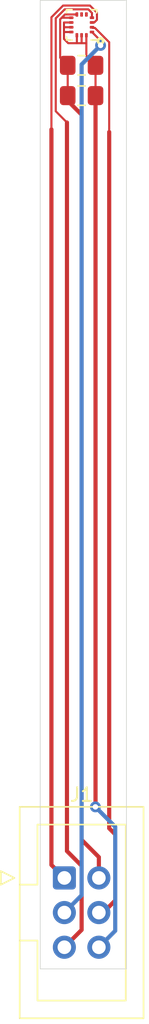
<source format=kicad_pcb>
(kicad_pcb (version 20171130) (host pcbnew "(5.1.6)-1")

  (general
    (thickness 1.6)
    (drawings 5)
    (tracks 73)
    (zones 0)
    (modules 4)
    (nets 9)
  )

  (page A4)
  (layers
    (0 F.Cu signal)
    (31 B.Cu signal)
    (32 B.Adhes user)
    (33 F.Adhes user)
    (34 B.Paste user)
    (35 F.Paste user)
    (36 B.SilkS user)
    (37 F.SilkS user)
    (38 B.Mask user)
    (39 F.Mask user)
    (40 Dwgs.User user)
    (41 Cmts.User user)
    (42 Eco1.User user)
    (43 Eco2.User user)
    (44 Edge.Cuts user)
    (45 Margin user)
    (46 B.CrtYd user)
    (47 F.CrtYd user)
    (48 B.Fab user)
    (49 F.Fab user hide)
  )

  (setup
    (last_trace_width 0.1524)
    (trace_clearance 0.127)
    (zone_clearance 0.508)
    (zone_45_only no)
    (trace_min 0.127)
    (via_size 0.8)
    (via_drill 0.4)
    (via_min_size 0.4)
    (via_min_drill 0.3)
    (uvia_size 0.3)
    (uvia_drill 0.1)
    (uvias_allowed no)
    (uvia_min_size 0.2)
    (uvia_min_drill 0.1)
    (edge_width 0.05)
    (segment_width 0.2)
    (pcb_text_width 0.3)
    (pcb_text_size 1.5 1.5)
    (mod_edge_width 0.12)
    (mod_text_size 1 1)
    (mod_text_width 0.15)
    (pad_size 1.524 1.524)
    (pad_drill 0.762)
    (pad_to_mask_clearance 0.05)
    (aux_axis_origin 0 0)
    (grid_origin 36.83 31.623)
    (visible_elements 7FFFFFFF)
    (pcbplotparams
      (layerselection 0x010fc_ffffffff)
      (usegerberextensions false)
      (usegerberattributes true)
      (usegerberadvancedattributes true)
      (creategerberjobfile false)
      (excludeedgelayer true)
      (linewidth 0.101600)
      (plotframeref false)
      (viasonmask false)
      (mode 1)
      (useauxorigin false)
      (hpglpennumber 1)
      (hpglpenspeed 20)
      (hpglpendiameter 15.000000)
      (psnegative false)
      (psa4output false)
      (plotreference true)
      (plotvalue true)
      (plotinvisibletext false)
      (padsonsilk false)
      (subtractmaskfromsilk false)
      (outputformat 1)
      (mirror false)
      (drillshape 0)
      (scaleselection 1)
      (outputdirectory "gerbers/"))
  )

  (net 0 "")
  (net 1 PWR)
  (net 2 GND)
  (net 3 "Net-(U1-Pad6)")
  (net 4 "Net-(U1-Pad5)")
  (net 5 ~CS)
  (net 6 MISO)
  (net 7 MOSI)
  (net 8 CLK)

  (net_class Default "This is the default net class."
    (clearance 0.127)
    (trace_width 0.1524)
    (via_dia 0.8)
    (via_drill 0.4)
    (uvia_dia 0.3)
    (uvia_drill 0.1)
    (add_net CLK)
    (add_net GND)
    (add_net MISO)
    (add_net MOSI)
    (add_net "Net-(U1-Pad5)")
    (add_net "Net-(U1-Pad6)")
    (add_net PWR)
    (add_net ~CS)
  )

  (module Connector_IDC:IDC-Header_2x03_P2.54mm_Vertical (layer F.Cu) (tedit 5EAC9A07) (tstamp 5F445A6B)
    (at 36.83 94.361)
    (descr "Through hole IDC box header, 2x03, 2.54mm pitch, DIN 41651 / IEC 60603-13, double rows, https://docs.google.com/spreadsheets/d/16SsEcesNF15N3Lb4niX7dcUr-NY5_MFPQhobNuNppn4/edit#gid=0")
    (tags "Through hole vertical IDC box header THT 2x03 2.54mm double row")
    (path /5F4457D9)
    (fp_text reference J1 (at 1.27 -6.1) (layer F.SilkS)
      (effects (font (size 1 1) (thickness 0.15)))
    )
    (fp_text value Conn_02x03_Odd_Even (at 1.27 11.18) (layer F.Fab)
      (effects (font (size 1 1) (thickness 0.15)))
    )
    (fp_line (start 6.22 -5.6) (end -3.68 -5.6) (layer F.CrtYd) (width 0.05))
    (fp_line (start 6.22 10.69) (end 6.22 -5.6) (layer F.CrtYd) (width 0.05))
    (fp_line (start -3.68 10.69) (end 6.22 10.69) (layer F.CrtYd) (width 0.05))
    (fp_line (start -3.68 -5.6) (end -3.68 10.69) (layer F.CrtYd) (width 0.05))
    (fp_line (start -4.68 0.5) (end -3.68 0) (layer F.SilkS) (width 0.12))
    (fp_line (start -4.68 -0.5) (end -4.68 0.5) (layer F.SilkS) (width 0.12))
    (fp_line (start -3.68 0) (end -4.68 -0.5) (layer F.SilkS) (width 0.12))
    (fp_line (start -1.98 4.59) (end -3.29 4.59) (layer F.SilkS) (width 0.12))
    (fp_line (start -1.98 4.59) (end -1.98 4.59) (layer F.SilkS) (width 0.12))
    (fp_line (start -1.98 8.99) (end -1.98 4.59) (layer F.SilkS) (width 0.12))
    (fp_line (start 4.52 8.99) (end -1.98 8.99) (layer F.SilkS) (width 0.12))
    (fp_line (start 4.52 -3.91) (end 4.52 8.99) (layer F.SilkS) (width 0.12))
    (fp_line (start -1.98 -3.91) (end 4.52 -3.91) (layer F.SilkS) (width 0.12))
    (fp_line (start -1.98 0.49) (end -1.98 -3.91) (layer F.SilkS) (width 0.12))
    (fp_line (start -3.29 0.49) (end -1.98 0.49) (layer F.SilkS) (width 0.12))
    (fp_line (start -3.29 10.29) (end -3.29 -5.21) (layer F.SilkS) (width 0.12))
    (fp_line (start 5.83 10.29) (end -3.29 10.29) (layer F.SilkS) (width 0.12))
    (fp_line (start 5.83 -5.21) (end 5.83 10.29) (layer F.SilkS) (width 0.12))
    (fp_line (start -3.29 -5.21) (end 5.83 -5.21) (layer F.SilkS) (width 0.12))
    (fp_line (start -1.98 4.59) (end -3.18 4.59) (layer F.Fab) (width 0.1))
    (fp_line (start -1.98 4.59) (end -1.98 4.59) (layer F.Fab) (width 0.1))
    (fp_line (start -1.98 8.99) (end -1.98 4.59) (layer F.Fab) (width 0.1))
    (fp_line (start 4.52 8.99) (end -1.98 8.99) (layer F.Fab) (width 0.1))
    (fp_line (start 4.52 -3.91) (end 4.52 8.99) (layer F.Fab) (width 0.1))
    (fp_line (start -1.98 -3.91) (end 4.52 -3.91) (layer F.Fab) (width 0.1))
    (fp_line (start -1.98 0.49) (end -1.98 -3.91) (layer F.Fab) (width 0.1))
    (fp_line (start -3.18 0.49) (end -1.98 0.49) (layer F.Fab) (width 0.1))
    (fp_line (start -3.18 10.18) (end -3.18 -4.1) (layer F.Fab) (width 0.1))
    (fp_line (start 5.72 10.18) (end -3.18 10.18) (layer F.Fab) (width 0.1))
    (fp_line (start 5.72 -5.1) (end 5.72 10.18) (layer F.Fab) (width 0.1))
    (fp_line (start -2.18 -5.1) (end 5.72 -5.1) (layer F.Fab) (width 0.1))
    (fp_line (start -3.18 -4.1) (end -2.18 -5.1) (layer F.Fab) (width 0.1))
    (fp_text user %R (at 1.27 2.54 90) (layer F.Fab)
      (effects (font (size 1 1) (thickness 0.15)))
    )
    (pad 1 thru_hole roundrect (at 0 0) (size 1.7 1.7) (drill 1) (layers *.Cu *.Mask) (roundrect_rratio 0.147059)
      (net 6 MISO))
    (pad 3 thru_hole circle (at 0 2.54) (size 1.7 1.7) (drill 1) (layers *.Cu *.Mask)
      (net 8 CLK))
    (pad 5 thru_hole circle (at 0 5.08) (size 1.7 1.7) (drill 1) (layers *.Cu *.Mask)
      (net 5 ~CS))
    (pad 2 thru_hole circle (at 2.54 0) (size 1.7 1.7) (drill 1) (layers *.Cu *.Mask)
      (net 1 PWR))
    (pad 4 thru_hole circle (at 2.54 2.54) (size 1.7 1.7) (drill 1) (layers *.Cu *.Mask)
      (net 7 MOSI))
    (pad 6 thru_hole circle (at 2.54 5.08) (size 1.7 1.7) (drill 1) (layers *.Cu *.Mask)
      (net 2 GND))
    (model ${KISYS3DMOD}/Connector_IDC.3dshapes/IDC-Header_2x03_P2.54mm_Vertical.wrl
      (at (xyz 0 0 0))
      (scale (xyz 1 1 1))
      (rotate (xyz 0 0 0))
    )
  )

  (module Capacitor_SMD:C_0805_2012Metric_Pad1.15x1.40mm_HandSolder (layer F.Cu) (tedit 5B36C52B) (tstamp 5F445203)
    (at 38.1 37.0205)
    (descr "Capacitor SMD 0805 (2012 Metric), square (rectangular) end terminal, IPC_7351 nominal with elongated pad for handsoldering. (Body size source: https://docs.google.com/spreadsheets/d/1BsfQQcO9C6DZCsRaXUlFlo91Tg2WpOkGARC1WS5S8t0/edit?usp=sharing), generated with kicad-footprint-generator")
    (tags "capacitor handsolder")
    (path /5F33D757)
    (attr smd)
    (fp_text reference C2 (at 2.8575 0 90) (layer F.SilkS) hide
      (effects (font (size 1 1) (thickness 0.15)))
    )
    (fp_text value "0.1 μF" (at 0 1.65) (layer F.Fab)
      (effects (font (size 1 1) (thickness 0.15)))
    )
    (fp_line (start 1.85 0.95) (end -1.85 0.95) (layer F.CrtYd) (width 0.05))
    (fp_line (start 1.85 -0.95) (end 1.85 0.95) (layer F.CrtYd) (width 0.05))
    (fp_line (start -1.85 -0.95) (end 1.85 -0.95) (layer F.CrtYd) (width 0.05))
    (fp_line (start -1.85 0.95) (end -1.85 -0.95) (layer F.CrtYd) (width 0.05))
    (fp_line (start -0.261252 0.71) (end 0.261252 0.71) (layer F.SilkS) (width 0.12))
    (fp_line (start -0.261252 -0.71) (end 0.261252 -0.71) (layer F.SilkS) (width 0.12))
    (fp_line (start 1 0.6) (end -1 0.6) (layer F.Fab) (width 0.1))
    (fp_line (start 1 -0.6) (end 1 0.6) (layer F.Fab) (width 0.1))
    (fp_line (start -1 -0.6) (end 1 -0.6) (layer F.Fab) (width 0.1))
    (fp_line (start -1 0.6) (end -1 -0.6) (layer F.Fab) (width 0.1))
    (fp_text user %R (at 0 0) (layer F.Fab)
      (effects (font (size 0.5 0.5) (thickness 0.08)))
    )
    (pad 2 smd roundrect (at 1.025 0) (size 1.15 1.4) (layers F.Cu F.Paste F.Mask) (roundrect_rratio 0.217391)
      (net 2 GND))
    (pad 1 smd roundrect (at -1.025 0) (size 1.15 1.4) (layers F.Cu F.Paste F.Mask) (roundrect_rratio 0.217391)
      (net 1 PWR))
    (model ${KISYS3DMOD}/Capacitor_SMD.3dshapes/C_0805_2012Metric.wrl
      (at (xyz 0 0 0))
      (scale (xyz 1 1 1))
      (rotate (xyz 0 0 0))
    )
  )

  (module Capacitor_SMD:C_0805_2012Metric_Pad1.15x1.40mm_HandSolder (layer F.Cu) (tedit 5B36C52B) (tstamp 5F4451D3)
    (at 38.1 34.798 180)
    (descr "Capacitor SMD 0805 (2012 Metric), square (rectangular) end terminal, IPC_7351 nominal with elongated pad for handsoldering. (Body size source: https://docs.google.com/spreadsheets/d/1BsfQQcO9C6DZCsRaXUlFlo91Tg2WpOkGARC1WS5S8t0/edit?usp=sharing), generated with kicad-footprint-generator")
    (tags "capacitor handsolder")
    (path /5F33D502)
    (attr smd)
    (fp_text reference C1 (at -2.8575 0 90) (layer F.SilkS) hide
      (effects (font (size 1 1) (thickness 0.15)))
    )
    (fp_text value "10 μF" (at 0 1.65) (layer F.Fab)
      (effects (font (size 1 1) (thickness 0.15)))
    )
    (fp_line (start 1.85 0.95) (end -1.85 0.95) (layer F.CrtYd) (width 0.05))
    (fp_line (start 1.85 -0.95) (end 1.85 0.95) (layer F.CrtYd) (width 0.05))
    (fp_line (start -1.85 -0.95) (end 1.85 -0.95) (layer F.CrtYd) (width 0.05))
    (fp_line (start -1.85 0.95) (end -1.85 -0.95) (layer F.CrtYd) (width 0.05))
    (fp_line (start -0.261252 0.71) (end 0.261252 0.71) (layer F.SilkS) (width 0.12))
    (fp_line (start -0.261252 -0.71) (end 0.261252 -0.71) (layer F.SilkS) (width 0.12))
    (fp_line (start 1 0.6) (end -1 0.6) (layer F.Fab) (width 0.1))
    (fp_line (start 1 -0.6) (end 1 0.6) (layer F.Fab) (width 0.1))
    (fp_line (start -1 -0.6) (end 1 -0.6) (layer F.Fab) (width 0.1))
    (fp_line (start -1 0.6) (end -1 -0.6) (layer F.Fab) (width 0.1))
    (fp_text user %R (at 0 0) (layer F.Fab)
      (effects (font (size 0.5 0.5) (thickness 0.08)))
    )
    (pad 2 smd roundrect (at 1.025 0 180) (size 1.15 1.4) (layers F.Cu F.Paste F.Mask) (roundrect_rratio 0.217391)
      (net 1 PWR))
    (pad 1 smd roundrect (at -1.025 0 180) (size 1.15 1.4) (layers F.Cu F.Paste F.Mask) (roundrect_rratio 0.217391)
      (net 2 GND))
    (model ${KISYS3DMOD}/Capacitor_SMD.3dshapes/C_0805_2012Metric.wrl
      (at (xyz 0 0 0))
      (scale (xyz 1 1 1))
      (rotate (xyz 0 0 0))
    )
  )

  (module Package_LGA:LGA-14_2x2mm_P0.35mm_LayoutBorder3x4y (layer F.Cu) (tedit 5D9F7937) (tstamp 5F444FB6)
    (at 38.1 31.8335 180)
    (descr "LGA, 14 Pin (http://www.st.com/resource/en/datasheet/lis2dh.pdf), generated with kicad-footprint-generator ipc_noLead_generator.py")
    (tags "LGA NoLead")
    (path /5F336F76)
    (attr smd)
    (fp_text reference U1 (at -0.0635 1.925) (layer F.SilkS) hide
      (effects (font (size 1 1) (thickness 0.15)))
    )
    (fp_text value LIS2DH (at 0 1.8) (layer F.Fab)
      (effects (font (size 1 1) (thickness 0.15)))
    )
    (fp_line (start 1.1 -1.1) (end -1.1 -1.1) (layer F.CrtYd) (width 0.05))
    (fp_line (start 1.1 1.1) (end 1.1 -1.1) (layer F.CrtYd) (width 0.05))
    (fp_line (start -1.1 1.1) (end 1.1 1.1) (layer F.CrtYd) (width 0.05))
    (fp_line (start -1.1 -1.1) (end -1.1 1.1) (layer F.CrtYd) (width 0.05))
    (fp_line (start -1 -0.5) (end -0.5 -1) (layer F.Fab) (width 0.1))
    (fp_line (start -1 1) (end -1 -0.5) (layer F.Fab) (width 0.1))
    (fp_line (start 1 1) (end -1 1) (layer F.Fab) (width 0.1))
    (fp_line (start 1 -1) (end 1 1) (layer F.Fab) (width 0.1))
    (fp_line (start -0.5 -1) (end 1 -1) (layer F.Fab) (width 0.1))
    (fp_line (start -0.71 -1.11) (end -1.11 -1.11) (layer F.SilkS) (width 0.12))
    (fp_line (start 1.11 1.11) (end 1.11 0.885) (layer F.SilkS) (width 0.12))
    (fp_line (start 0.71 1.11) (end 1.11 1.11) (layer F.SilkS) (width 0.12))
    (fp_line (start -1.11 1.11) (end -1.11 0.885) (layer F.SilkS) (width 0.12))
    (fp_line (start -0.71 1.11) (end -1.11 1.11) (layer F.SilkS) (width 0.12))
    (fp_line (start 1.11 -1.11) (end 1.11 -0.885) (layer F.SilkS) (width 0.12))
    (fp_line (start 0.71 -1.11) (end 1.11 -1.11) (layer F.SilkS) (width 0.12))
    (fp_text user %R (at 0 0) (layer F.Fab)
      (effects (font (size 0.5 0.5) (thickness 0.08)))
    )
    (pad 14 smd roundrect (at -0.35 -0.7625 180) (size 0.2 0.325) (layers F.Cu F.Paste F.Mask) (roundrect_rratio 0.25)
      (net 2 GND))
    (pad 13 smd roundrect (at 0 -0.7625 180) (size 0.2 0.325) (layers F.Cu F.Paste F.Mask) (roundrect_rratio 0.25)
      (net 2 GND))
    (pad 12 smd roundrect (at 0.35 -0.7625 180) (size 0.2 0.325) (layers F.Cu F.Paste F.Mask) (roundrect_rratio 0.25)
      (net 2 GND))
    (pad 11 smd roundrect (at 0.7625 -0.525 180) (size 0.325 0.2) (layers F.Cu F.Paste F.Mask) (roundrect_rratio 0.25)
      (net 2 GND))
    (pad 10 smd roundrect (at 0.7625 -0.175 180) (size 0.325 0.2) (layers F.Cu F.Paste F.Mask) (roundrect_rratio 0.25)
      (net 2 GND))
    (pad 9 smd roundrect (at 0.7625 0.175 180) (size 0.325 0.2) (layers F.Cu F.Paste F.Mask) (roundrect_rratio 0.25)
      (net 2 GND))
    (pad 8 smd roundrect (at 0.7625 0.525 180) (size 0.325 0.2) (layers F.Cu F.Paste F.Mask) (roundrect_rratio 0.25)
      (net 1 PWR))
    (pad 7 smd roundrect (at 0.35 0.7625 180) (size 0.2 0.325) (layers F.Cu F.Paste F.Mask) (roundrect_rratio 0.25)
      (net 1 PWR))
    (pad 6 smd roundrect (at 0 0.7625 180) (size 0.2 0.325) (layers F.Cu F.Paste F.Mask) (roundrect_rratio 0.25)
      (net 3 "Net-(U1-Pad6)"))
    (pad 5 smd roundrect (at -0.35 0.7625 180) (size 0.2 0.325) (layers F.Cu F.Paste F.Mask) (roundrect_rratio 0.25)
      (net 4 "Net-(U1-Pad5)"))
    (pad 4 smd roundrect (at -0.7625 0.525 180) (size 0.325 0.2) (layers F.Cu F.Paste F.Mask) (roundrect_rratio 0.25)
      (net 5 ~CS))
    (pad 3 smd roundrect (at -0.7625 0.175 180) (size 0.325 0.2) (layers F.Cu F.Paste F.Mask) (roundrect_rratio 0.25)
      (net 6 MISO))
    (pad 2 smd roundrect (at -0.7625 -0.175 180) (size 0.325 0.2) (layers F.Cu F.Paste F.Mask) (roundrect_rratio 0.25)
      (net 7 MOSI))
    (pad 1 smd roundrect (at -0.7625 -0.525 180) (size 0.325 0.2) (layers F.Cu F.Paste F.Mask) (roundrect_rratio 0.25)
      (net 8 CLK))
    (model ${KISYS3DMOD}/Package_LGA.3dshapes/LGA-14_2x2mm_P0.35mm_LayoutBorder3x4y.wrl
      (at (xyz 0 0 0))
      (scale (xyz 1 1 1))
      (rotate (xyz 0 0 0))
    )
  )

  (gr_line (start 35.052 30.0355) (end 35.052 101.0285) (layer Edge.Cuts) (width 0.05) (tstamp 5F4460DC))
  (gr_line (start 41.402 30.0355) (end 35.052 30.0355) (layer Edge.Cuts) (width 0.05))
  (gr_line (start 41.402 101.0285) (end 41.402 30.0355) (layer Edge.Cuts) (width 0.05))
  (gr_line (start 35.052 101.0285) (end 41.402 101.0285) (layer Edge.Cuts) (width 0.05))
  (gr_circle (center 39.497 33.02) (end 39.586803 33.02) (layer F.SilkS) (width 0.2032) (tstamp 5F445010))

  (segment (start 37.075 37.0205) (end 37.075 34.798) (width 0.1524) (layer F.Cu) (net 1))
  (segment (start 36.52259 34.24559) (end 37.075 34.798) (width 0.1524) (layer F.Cu) (net 1))
  (segment (start 36.52259 31.42241) (end 36.52259 34.24559) (width 0.1524) (layer F.Cu) (net 1))
  (segment (start 37.3375 31.3085) (end 36.6365 31.3085) (width 0.1524) (layer F.Cu) (net 1))
  (segment (start 36.6365 31.3085) (end 36.52259 31.42241) (width 0.1524) (layer F.Cu) (net 1))
  (segment (start 37.075 37.0205) (end 37.075 37.10979) (width 0.1524) (layer F.Cu) (net 1))
  (segment (start 37.075 37.3925) (end 37.075 37.0205) (width 0.3048) (layer F.Cu) (net 1))
  (segment (start 38.1 38.4175) (end 37.075 37.3925) (width 0.3048) (layer F.Cu) (net 1))
  (segment (start 38.1 91.567) (end 38.1 38.4175) (width 0.3048) (layer F.Cu) (net 1))
  (segment (start 39.37 94.361) (end 39.37 92.837) (width 0.3048) (layer F.Cu) (net 1))
  (segment (start 39.37 92.837) (end 38.1 91.567) (width 0.3048) (layer F.Cu) (net 1))
  (segment (start 36.874 31.071) (end 36.6365 31.3085) (width 0.1524) (layer F.Cu) (net 1))
  (segment (start 37.75 31.071) (end 36.874 31.071) (width 0.1524) (layer F.Cu) (net 1))
  (segment (start 37.3375 31.6585) (end 36.802 31.6585) (width 0.1524) (layer F.Cu) (net 2) (tstamp 5F444F74))
  (segment (start 36.802 32.865) (end 37.115 33.178) (width 0.1524) (layer F.Cu) (net 2) (tstamp 5F444F6B))
  (segment (start 38.45 32.596) (end 38.45 33.178) (width 0.1524) (layer F.Cu) (net 2) (tstamp 5F444F65))
  (segment (start 38.1 33.1455) (end 38.0675 33.178) (width 0.1524) (layer F.Cu) (net 2) (tstamp 5F444F92))
  (segment (start 38.1 32.596) (end 38.1 33.1455) (width 0.1524) (layer F.Cu) (net 2) (tstamp 5F444F8F))
  (segment (start 38.0675 33.178) (end 38.45 33.178) (width 0.1524) (layer F.Cu) (net 2) (tstamp 5F444F8C))
  (segment (start 37.75 32.596) (end 37.75 33.178) (width 0.1524) (layer F.Cu) (net 2) (tstamp 5F444F89))
  (segment (start 37.115 33.178) (end 37.75 33.178) (width 0.1524) (layer F.Cu) (net 2) (tstamp 5F444F83))
  (segment (start 37.75 33.178) (end 38.0675 33.178) (width 0.1524) (layer F.Cu) (net 2) (tstamp 5F444F7A))
  (segment (start 36.8035 32.3585) (end 36.802 32.357) (width 0.1524) (layer F.Cu) (net 2) (tstamp 5F444F86))
  (segment (start 37.3375 32.3585) (end 36.8035 32.3585) (width 0.1524) (layer F.Cu) (net 2) (tstamp 5F444F71))
  (segment (start 36.802 32.357) (end 36.802 32.865) (width 0.1524) (layer F.Cu) (net 2) (tstamp 5F444F77))
  (segment (start 36.833 32.0085) (end 36.802 32.0395) (width 0.1524) (layer F.Cu) (net 2) (tstamp 5F444F6E))
  (segment (start 37.3375 32.0085) (end 36.833 32.0085) (width 0.1524) (layer F.Cu) (net 2) (tstamp 5F444F68))
  (segment (start 36.802 31.6585) (end 36.802 32.0395) (width 0.1524) (layer F.Cu) (net 2) (tstamp 5F444F80))
  (segment (start 36.802 32.0395) (end 36.802 32.357) (width 0.1524) (layer F.Cu) (net 2) (tstamp 5F444F7D))
  (segment (start 38.45 34.123) (end 39.125 34.798) (width 0.1524) (layer F.Cu) (net 2))
  (segment (start 38.45 33.178) (end 38.45 34.123) (width 0.1524) (layer F.Cu) (net 2))
  (segment (start 39.125 34.798) (end 39.125 37.0205) (width 0.1524) (layer F.Cu) (net 2))
  (segment (start 39.125 37.0205) (end 39.125 89.145) (width 0.3048) (layer F.Cu) (net 2))
  (segment (start 39.125 89.145) (end 39.116 89.154) (width 0.3048) (layer F.Cu) (net 2))
  (via (at 39.116 89.154) (size 0.8) (drill 0.4) (layers F.Cu B.Cu) (net 2))
  (segment (start 40.5765 98.2345) (end 39.37 99.441) (width 0.3048) (layer B.Cu) (net 2))
  (segment (start 39.116 89.154) (end 40.5765 90.6145) (width 0.3048) (layer B.Cu) (net 2))
  (segment (start 40.5765 90.6145) (end 40.5765 98.2345) (width 0.3048) (layer B.Cu) (net 2))
  (segment (start 38.8625 30.962908) (end 38.8625 31.3085) (width 0.1524) (layer F.Cu) (net 5))
  (segment (start 38.595503 30.695911) (end 38.8625 30.962908) (width 0.1524) (layer F.Cu) (net 5))
  (segment (start 36.195 31.354857) (end 36.853946 30.695911) (width 0.1524) (layer F.Cu) (net 5))
  (segment (start 36.853946 30.695911) (end 38.595503 30.695911) (width 0.1524) (layer F.Cu) (net 5))
  (segment (start 36.195 38.1635) (end 37.0205 38.989) (width 0.1524) (layer F.Cu) (net 5))
  (segment (start 36.195 38.1635) (end 36.195 31.354857) (width 0.1524) (layer F.Cu) (net 5))
  (segment (start 38.1 98.171) (end 36.83 99.441) (width 0.3048) (layer F.Cu) (net 5))
  (segment (start 38.1 93.472) (end 38.1 98.171) (width 0.3048) (layer F.Cu) (net 5))
  (segment (start 37.0205 38.989) (end 37.0205 92.3925) (width 0.3048) (layer F.Cu) (net 5))
  (segment (start 37.0205 92.3925) (end 38.1 93.472) (width 0.3048) (layer F.Cu) (net 5))
  (segment (start 36.738211 30.4165) (end 35.8775 31.277211) (width 0.1524) (layer F.Cu) (net 6))
  (segment (start 39.033094 31.6585) (end 39.22821 31.463384) (width 0.1524) (layer F.Cu) (net 6))
  (segment (start 38.8625 31.6585) (end 39.033094 31.6585) (width 0.1524) (layer F.Cu) (net 6))
  (segment (start 39.22821 31.463384) (end 39.22821 30.933472) (width 0.1524) (layer F.Cu) (net 6))
  (segment (start 38.711238 30.4165) (end 36.738211 30.4165) (width 0.1524) (layer F.Cu) (net 6))
  (segment (start 39.22821 30.933472) (end 38.711238 30.4165) (width 0.1524) (layer F.Cu) (net 6))
  (segment (start 35.8775 31.277211) (end 35.8775 39.497) (width 0.1524) (layer F.Cu) (net 6))
  (segment (start 35.8775 93.4085) (end 36.83 94.361) (width 0.3048) (layer F.Cu) (net 6))
  (segment (start 35.8775 39.497) (end 35.8775 93.4085) (width 0.3048) (layer F.Cu) (net 6))
  (segment (start 39.079884 32.05529) (end 38.90929 32.05529) (width 0.1524) (layer F.Cu) (net 7))
  (segment (start 38.90929 32.05529) (end 38.8625 32.0085) (width 0.1524) (layer F.Cu) (net 7))
  (segment (start 40.132 33.107406) (end 39.079884 32.05529) (width 0.1524) (layer F.Cu) (net 7))
  (segment (start 40.132 39.6875) (end 40.132 33.107406) (width 0.1524) (layer F.Cu) (net 7))
  (segment (start 39.6875 96.901) (end 39.37 96.901) (width 0.3048) (layer F.Cu) (net 7))
  (segment (start 40.5765 91.1695) (end 40.5765 96.012) (width 0.3048) (layer F.Cu) (net 7))
  (segment (start 40.132 39.6875) (end 40.132 90.725) (width 0.3048) (layer F.Cu) (net 7))
  (segment (start 40.5765 96.012) (end 39.6875 96.901) (width 0.3048) (layer F.Cu) (net 7))
  (segment (start 40.132 90.725) (end 40.5765 91.1695) (width 0.3048) (layer F.Cu) (net 7))
  (segment (start 38.1 34.7345) (end 38.1 95.631) (width 0.3048) (layer B.Cu) (net 8))
  (segment (start 38.1 95.631) (end 36.83 96.901) (width 0.3048) (layer B.Cu) (net 8))
  (segment (start 39.497 33.3375) (end 38.1 34.7345) (width 0.3048) (layer B.Cu) (net 8))
  (segment (start 39.497 33.0835) (end 39.497 33.3375) (width 0.1524) (layer F.Cu) (net 8))
  (via (at 39.497 33.3375) (size 0.8) (drill 0.4) (layers F.Cu B.Cu) (net 8))
  (segment (start 38.8625 32.3585) (end 39.497 32.993) (width 0.1524) (layer F.Cu) (net 8))
  (segment (start 39.497 32.993) (end 39.497 33.0835) (width 0.1524) (layer F.Cu) (net 8))

)

</source>
